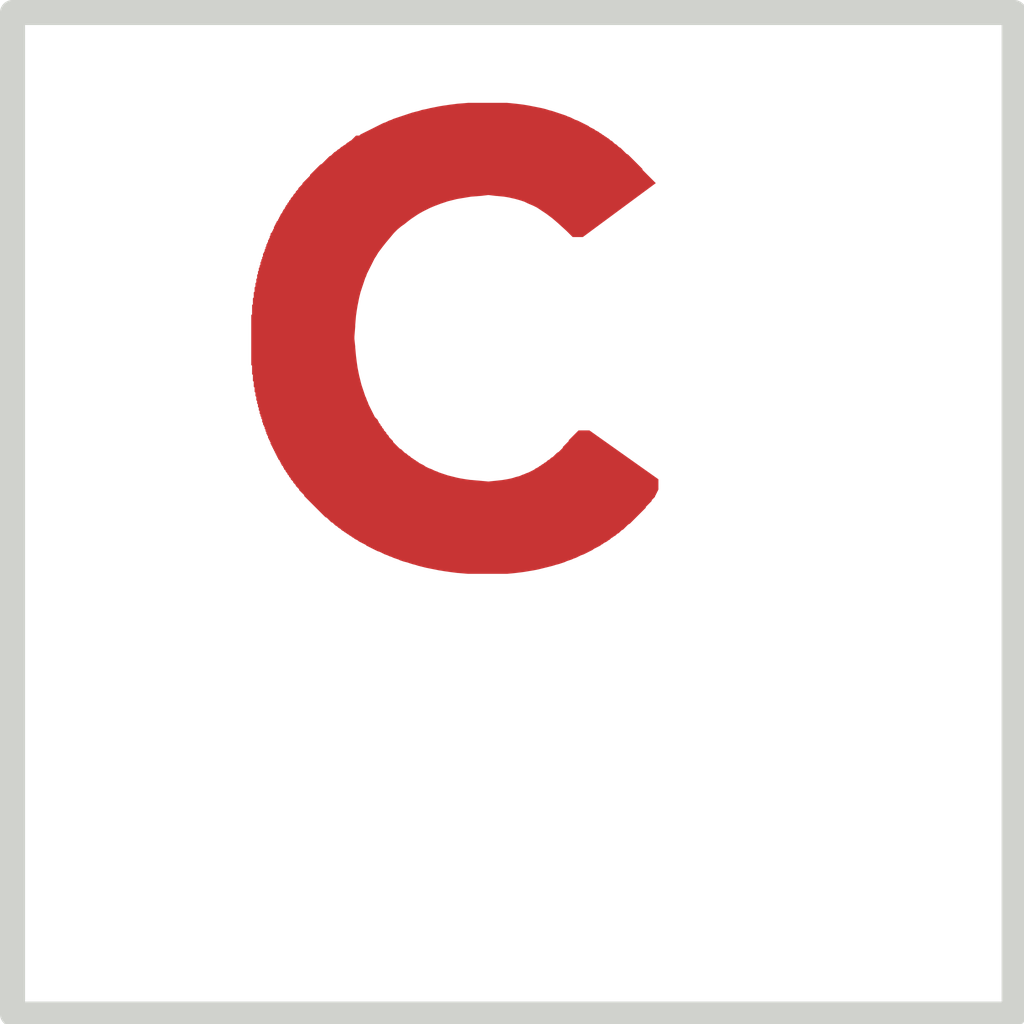
<source format=kicad_pcb>
(kicad_pcb (version 20221018) (generator pcbnew)
  (layers (0 "F.Cu" signal) (31 "B.Cu" signal) (34 "B.Paste" user) (35 "F.Paste" user) (36 "B.SilkS" user "B.Silkscreen") (37 "F.SilkS" user "F.Silkscreen") (38 "B.Mask" user) (39 "F.Mask" user) (44 "Edge.Cuts" user))
  (net 0 "")
  (footprint "project:C_LOGO" (layer "F.Cu") (at 71 88)
    (fp_text reference "LOGO101_TOP0" hide)
    (fp_text value "C_LOGO_SCH-28MM7MM" hide)
    (fp_poly (pts (xy 1.011801 -2.635614) (xy 1.040231 -2.632063) (xy 1.062153 -2.628414) (xy 1.114484 -2.617964) (xy 1.130888 -2.613832) (xy 1.140922 -2.610495) (xy 1.154322 -2.607146) (xy 1.166231 -2.603186) (xy 1.196375 -2.59312) (xy 1.196376 -2.593121) (xy 1.209841 -2.588644) (xy 1.216539 -2.585294) (xy 1.226616 -2.581944) (xy 1.243244 -2.57363) (xy 1.246795 -2.571847) (xy 1.256793 -2.568515) (xy 1.300868 -2.546511) (xy 1.304229 -2.543124) (xy 1.310218 -2.540129) (xy 1.310219 -2.54013) (xy 1.324241 -2.533145) (xy 1.327619 -2.529766) (xy 1.34107 -2.523016) (xy 1.344392 -2.519692) (xy 1.351093 -2.516343) (xy 1.354415 -2.51302) (xy 1.361141 -2.50967) (xy 1.364571 -2.506239) (xy 1.371272 -2.502864) (xy 1.374568 -2.499567) (xy 1.381225 -2.496239) (xy 1.387949 -2.489539) (xy 1.394693 -2.486168) (xy 1.404767 -2.476093) (xy 1.411468 -2.472743) (xy 1.421544 -2.462666) (xy 1.42827 -2.459291) (xy 1.451716 -2.435843) (xy 1.458418 -2.432493) (xy 1.5157 -2.375211) (xy 1.5157 -2.37186) (xy 1.568935 -2.318626) (xy 1.277572 -2.103275) (xy 1.237039 -2.103275) (xy 1.213193 -2.127121) (xy 1.177702 -2.15939) (xy 1.156024 -2.177974) (xy 1.131596 -2.196284) (xy 1.112639 -2.208907) (xy 1.112603 -2.20893) (xy 1.095077 -2.220621) (xy 1.079064 -2.228617) (xy 1.055567 -2.238702) (xy 1.044024 -2.244473) (xy 1.028315 -2.249723) (xy 1.007333 -2.255711) (xy 0.979896 -2.261798) (xy 0.962911 -2.264625) (xy 0.927023 -2.267908) (xy 0.902462 -2.270975) (xy 0.898629 -2.270975) (xy 0.873702 -2.267865) (xy 0.831115 -2.264567) (xy 0.774901 -2.25521) (xy 0.738461 -2.246083) (xy 0.710951 -2.236928) (xy 0.686099 -2.227594) (xy 0.665009 -2.218565) (xy 0.640725 -2.206423) (xy 0.61994 -2.194559) (xy 0.592377 -2.176176) (xy 0.580657 -2.16738) (xy 0.562834 -2.153143) (xy 0.553203 -2.146698) (xy 0.536833 -2.133073) (xy 0.523284 -2.119524) (xy 0.507957 -2.101136) (xy 0.507981 -2.101164) (xy 0.491532 -2.0814) (xy 0.478893 -2.065608) (xy 0.469291 -2.052813) (xy 0.46081 -2.041505) (xy 0.451464 -2.025906) (xy 0.445795 -2.017413) (xy 0.440513 -2.006848) (xy 0.433788 -1.993373) (xy 0.427038 -1.979923) (xy 0.415241 -1.956286) (xy 0.411872 -1.946253) (xy 0.408546 -1.939575) (xy 0.406309 -1.932864) (xy 0.402971 -1.922824) (xy 0.402959 -1.922789) (xy 0.396247 -1.902653) (xy 0.392861 -1.892543) (xy 0.39286 -1.892543) (xy 0.390144 -1.884395) (xy 0.384201 -1.86058) (xy 0.381082 -1.844958) (xy 0.381079 -1.844944) (xy 0.377886 -1.828979) (xy 0.374763 -1.810219) (xy 0.371679 -1.788771) (xy 0.368625 -1.75207) (xy 0.368625 -1.745348) (xy 0.365275 -1.705095) (xy 0.365275 -1.696539) (xy 0.368625 -1.66634) (xy 0.368625 -1.662488) (xy 0.37169 -1.628717) (xy 0.374904 -1.603174) (xy 0.378004 -1.581453) (xy 0.384198 -1.550435) (xy 0.387257 -1.538202) (xy 0.387262 -1.538181) (xy 0.390612 -1.524756) (xy 0.393481 -1.51328) (xy 0.396247 -1.505022) (xy 0.399609 -1.494936) (xy 0.399621 -1.494901) (xy 0.402971 -1.484826) (xy 0.406309 -1.474811) (xy 0.406321 -1.474776) (xy 0.408544 -1.46809) (xy 0.411869 -1.461441) (xy 0.415245 -1.451361) (xy 0.41861 -1.444632) (xy 0.42197 -1.434551) (xy 0.423755 -1.430969) (xy 0.430388 -1.417702) (xy 0.43378 -1.410944) (xy 0.440513 -1.397477) (xy 0.44388 -1.390719) (xy 0.443879 -1.390718) (xy 0.446917 -1.384642) (xy 0.4592 -1.372361) (xy 0.4592 -1.369011) (xy 0.46255 -1.365661) (xy 0.46255 -1.362311) (xy 0.46925 -1.355611) (xy 0.46925 -1.352206) (xy 0.47595 -1.345481) (xy 0.47595 -1.34224) (xy 0.482675 -1.33554) (xy 0.482675 -1.332099) (xy 0.492725 -1.322024) (xy 0.492725 -1.318711) (xy 0.5028 -1.308636) (xy 0.5028 -1.305264) (xy 0.51955 -1.288483) (xy 0.51955 -1.285186) (xy 0.546141 -1.258593) (xy 0.552843 -1.255243) (xy 0.566267 -1.241818) (xy 0.572968 -1.238468) (xy 0.57964 -1.231794) (xy 0.586409 -1.228423) (xy 0.593134 -1.221671) (xy 0.599793 -1.218343) (xy 0.603115 -1.21502) (xy 0.609841 -1.21167) (xy 0.613218 -1.208292) (xy 0.620003 -1.2049) (xy 0.623329 -1.201549) (xy 0.643393 -1.191518) (xy 0.64672 -1.188189) (xy 0.653044 -1.185005) (xy 0.653043 -1.185004) (xy 0.659543 -1.181754) (xy 0.659544 -1.181755) (xy 0.663125 -1.17997) (xy 0.673172 -1.176622) (xy 0.683077 -1.171688) (xy 0.686681 -1.169885) (xy 0.696697 -1.166522) (xy 0.703374 -1.163196) (xy 0.710086 -1.160959) (xy 0.710051 -1.160971) (xy 0.720126 -1.157621) (xy 0.720161 -1.157609) (xy 0.730211 -1.154259) (xy 0.730176 -1.154271) (xy 0.738485 -1.151507) (xy 0.750087 -1.148586) (xy 0.750086 -1.148585) (xy 0.763406 -1.145262) (xy 0.763427 -1.145257) (xy 0.77566 -1.142198) (xy 0.790495 -1.139236) (xy 0.809201 -1.136122) (xy 0.828628 -1.13335) (xy 0.830717 -1.13335) (xy 0.900176 -1.12704) (xy 0.955872 -1.132917) (xy 0.973704 -1.135886) (xy 0.988539 -1.138848) (xy 0.998926 -1.141445) (xy 1.009003 -1.144796) (xy 1.022343 -1.14813) (xy 1.027236 -1.14977) (xy 1.033984 -1.153144) (xy 1.04406 -1.156494) (xy 1.050759 -1.159844) (xy 1.0608 -1.163182) (xy 1.071023 -1.168313) (xy 1.083907 -1.174743) (xy 1.087284 -1.17812) (xy 1.100635 -1.18477) (xy 1.104032 -1.188168) (xy 1.110816 -1.19156) (xy 1.114192 -1.19491) (xy 1.120806 -1.198217) (xy 1.124103 -1.201514) (xy 1.130847 -1.204911) (xy 1.137625 -1.211664) (xy 1.144282 -1.214992) (xy 1.151009 -1.22172) (xy 1.157717 -1.225061) (xy 1.174467 -1.241836) (xy 1.18121 -1.245195) (xy 1.1977 -1.261685) (xy 1.1977 -1.264927) (xy 1.215629 -1.28299) (xy 1.221175 -1.288535) (xy 1.221175 -1.291886) (xy 1.260514 -1.331225) (xy 1.303838 -1.331225) (xy 1.579425 -1.136032) (xy 1.579425 -1.095061) (xy 1.567181 -1.070481) (xy 1.566 -1.069303) (xy 1.566 -1.066017) (xy 1.5526 -1.052592) (xy 1.5526 -1.049214) (xy 1.529125 -1.02574) (xy 1.529125 -1.022381) (xy 1.465111 -0.958404) (xy 1.458417 -0.955057) (xy 1.438347 -0.934986) (xy 1.431616 -0.931595) (xy 1.421489 -0.921493) (xy 1.41486 -0.918178) (xy 1.408134 -0.911427) (xy 1.401365 -0.908055) (xy 1.398043 -0.904732) (xy 1.391342 -0.901381) (xy 1.38467 -0.894709) (xy 1.377944 -0.891334) (xy 1.374568 -0.887957) (xy 1.361083 -0.881214) (xy 1.357708 -0.877865) (xy 1.351093 -0.874557) (xy 1.347797 -0.871261) (xy 1.333836 -0.864229) (xy 1.320832 -0.857739) (xy 1.317458 -0.85439) (xy 1.303718 -0.84752) (xy 1.303719 -0.84752) (xy 1.296919 -0.844095) (xy 1.290094 -0.840695) (xy 1.290093 -0.840695) (xy 1.280282 -0.83579) (xy 1.270201 -0.832429) (xy 1.266619 -0.830645) (xy 1.266618 -0.830645) (xy 1.260118 -0.827395) (xy 1.260119 -0.827395) (xy 1.250162 -0.82238) (xy 1.240015 -0.819006) (xy 1.233316 -0.815656) (xy 1.219851 -0.811179) (xy 1.219886 -0.811191) (xy 1.213208 -0.808965) (xy 1.206541 -0.805631) (xy 1.193097 -0.801128) (xy 1.181179 -0.797155) (xy 1.167754 -0.793805) (xy 1.157704 -0.790455) (xy 1.128981 -0.783288) (xy 1.129002 -0.783293) (xy 1.115602 -0.779943) (xy 1.101048 -0.776284) (xy 1.082278 -0.772536) (xy 1.040231 -0.765537) (xy 1.011783 -0.761984) (xy 0.97514 -0.758325) (xy 0.819648 -0.758325) (xy 0.776301 -0.761933) (xy 0.74802 -0.765465) (xy 0.723537 -0.768958) (xy 0.702047 -0.772536) (xy 0.684448 -0.77605) (xy 0.667638 -0.779432) (xy 0.649788 -0.783002) (xy 0.619921 -0.790455) (xy 0.60987 -0.793805) (xy 0.596446 -0.797155) (xy 0.584528 -0.801128) (xy 0.57627 -0.803893) (xy 0.562928 -0.807229) (xy 0.547659 -0.812306) (xy 0.54096 -0.815656) (xy 0.534274 -0.817879) (xy 0.534239 -0.817891) (xy 0.520782 -0.822376) (xy 0.514054 -0.825752) (xy 0.504043 -0.82909) (xy 0.497362 -0.83243) (xy 0.487272 -0.835785) (xy 0.467129 -0.845869) (xy 0.457104 -0.849211) (xy 0.433784 -0.860856) (xy 0.413094 -0.871221) (xy 0.409761 -0.874553) (xy 0.403623 -0.877612) (xy 0.382932 -0.887957) (xy 0.379556 -0.891332) (xy 0.366157 -0.898032) (xy 0.362834 -0.901354) (xy 0.356109 -0.904705) (xy 0.352731 -0.908082) (xy 0.345947 -0.911475) (xy 0.342624 -0.914822) (xy 0.335984 -0.91813) (xy 0.332607 -0.921507) (xy 0.325907 -0.924857) (xy 0.322584 -0.92818) (xy 0.315816 -0.931552) (xy 0.30909 -0.938303) (xy 0.302432 -0.941632) (xy 0.29576 -0.948304) (xy 0.289006 -0.951669) (xy 0.278956 -0.961743) (xy 0.272242 -0.965089) (xy 0.255492 -0.981863) (xy 0.248784 -0.985205) (xy 0.16465 -1.069339) (xy 0.16465 -1.07269) (xy 0.144525 -1.092814) (xy 0.144525 -1.096192) (xy 0.131125 -1.109617) (xy 0.131125 -1.112939) (xy 0.12105 -1.123014) (xy 0.12105 -1.126364) (xy 0.111 -1.136414) (xy 0.111 -1.139764) (xy 0.104275 -1.146489) (xy 0.104275 -1.149839) (xy 0.097575 -1.156539) (xy 0.097575 -1.159944) (xy 0.090875 -1.166669) (xy 0.090875 -1.16988) (xy 0.08415 -1.176555) (xy 0.08415 -1.180014) (xy 0.0808 -1.183364) (xy 0.0808 -1.186739) (xy 0.0741 -1.193439) (xy 0.0741 -1.196789) (xy 0.07075 -1.200139) (xy 0.07075 -1.203598) (xy 0.0674 -1.206973) (xy 0.0674 -1.210189) (xy 0.060675 -1.216914) (xy 0.060675 -1.220264) (xy 0.057325 -1.223614) (xy 0.057325 -1.226989) (xy 0.053975 -1.230339) (xy 0.053975 -1.233689) (xy 0.050625 -1.237039) (xy 0.050625 -1.240389) (xy 0.047275 -1.243739) (xy 0.047275 -1.247089) (xy 0.0439 -1.250464) (xy 0.0439 -1.253814) (xy 0.04055 -1.257164) (xy 0.04055 -1.260514) (xy 0.0372 -1.263864) (xy 0.0372 -1.267323) (xy 0.03385 -1.270698) (xy 0.03385 -1.273939) (xy 0.0305 -1.277289) (xy 0.0305 -1.283989) (xy 0.02715 -1.287339) (xy 0.02715 -1.290714) (xy 0.0238 -1.294064) (xy 0.0238 -1.297305) (xy 0.020425 -1.300655) (xy 0.020425 -1.307573) (xy 0.017075 -1.310948) (xy 0.017075 -1.314189) (xy 0.013725 -1.317539) (xy 0.013725 -1.324239) (xy 0.010375 -1.327589) (xy 0.010375 -1.334314) (xy 0.007025 -1.337664) (xy 0.007025 -1.344364) (xy 0.003675 -1.347714) (xy 0.003675 -1.351064) (xy 0.0003 -1.354439) (xy 0.0003 -1.361139) (xy -0.00305 -1.364489) (xy -0.00305 -1.374564) (xy -0.0064 -1.377914) (xy -0.0064 -1.384614) (xy -0.00975 -1.387964) (xy -0.00975 -1.394689) (xy -0.0131 -1.398039) (xy -0.0131 -1.408089) (xy -0.01645 -1.411439) (xy -0.01645 -1.421405) (xy -0.019825 -1.424755) (xy -0.019825 -1.435023) (xy -0.023175 -1.438398) (xy -0.023175 -1.448339) (xy -0.026525 -1.451689) (xy -0.026525 -1.465114) (xy -0.029875 -1.468464) (xy -0.029875 -1.481889) (xy -0.033225 -1.485239) (xy -0.033225 -1.502014) (xy -0.036575 -1.505364) (xy -0.036575 -1.52538) (xy -0.03995 -1.52873) (xy -0.03995 -1.552314) (xy -0.0433 -1.555664) (xy -0.0433 -1.589214) (xy -0.04665 -1.592564) (xy -0.04665 -1.791502) (xy -0.0433 -1.794877) (xy -0.0433 -1.831752) (xy -0.03995 -1.835127) (xy -0.03995 -1.85882) (xy -0.036575 -1.86217) (xy -0.036575 -1.882186) (xy -0.033225 -1.885536) (xy -0.033225 -1.902311) (xy -0.029875 -1.905661) (xy -0.029875 -1.919086) (xy -0.026525 -1.922436) (xy -0.026525 -1.935727) (xy -0.023175 -1.939102) (xy -0.023175 -1.952611) (xy -0.019825 -1.955961) (xy -0.019825 -1.966145) (xy -0.01645 -1.969495) (xy -0.01645 -1.979327) (xy -0.0131 -1.982702) (xy -0.0131 -1.989511) (xy -0.00975 -1.992861) (xy -0.00975 -2.002936) (xy -0.0064 -2.006286) (xy -0.0064 -2.012986) (xy -0.00305 -2.016336) (xy -0.00305 -2.023061) (xy 0.0003 -2.026411) (xy 0.0003 -2.03657) (xy 0.003675 -2.03992) (xy 0.003675 -2.043052) (xy 0.007025 -2.046427) (xy 0.007025 -2.053236) (xy 0.010375 -2.056586) (xy 0.010375 -2.063177) (xy 0.013725 -2.066552) (xy 0.013725 -2.073361) (xy 0.017075 -2.076711) (xy 0.017075 -2.080061) (xy 0.020425 -2.083411) (xy 0.020425 -2.090245) (xy 0.0238 -2.093595) (xy 0.0238 -2.096836) (xy 0.02715 -2.100186) (xy 0.02715 -2.106911) (xy 0.0305 -2.110261) (xy 0.0305 -2.116961) (xy 0.0372 -2.123661) (xy 0.0372 -2.126902) (xy 0.04055 -2.130277) (xy 0.04055 -2.133736) (xy 0.0439 -2.137086) (xy 0.0439 -2.143895) (xy 0.047275 -2.147245) (xy 0.047275 -2.150511) (xy 0.050625 -2.153861) (xy 0.050625 -2.157211) (xy 0.053975 -2.160561) (xy 0.053975 -2.163911) (xy 0.060675 -2.170611) (xy 0.060675 -2.173986) (xy 0.064025 -2.177336) (xy 0.064025 -2.180795) (xy 0.0674 -2.184145) (xy 0.0674 -2.187277) (xy 0.07075 -2.190652) (xy 0.07075 -2.194111) (xy 0.07745 -2.200811) (xy 0.07745 -2.204161) (xy 0.0808 -2.207511) (xy 0.0808 -2.210752) (xy 0.087525 -2.217527) (xy 0.087525 -2.220936) (xy 0.090875 -2.224286) (xy 0.090875 -2.227581) (xy 0.097575 -2.234306) (xy 0.097575 -2.237711) (xy 0.104275 -2.244411) (xy 0.104275 -2.247761) (xy 0.111 -2.254486) (xy 0.111 -2.257836) (xy 0.12105 -2.267886) (xy 0.12105 -2.271236) (xy 0.131125 -2.281311) (xy 0.131125 -2.284661) (xy 0.141175 -2.294711) (xy 0.141175 -2.298086) (xy 0.15795 -2.31486) (xy 0.15795 -2.318211) (xy 0.188125 -2.348385) (xy 0.188125 -2.351736) (xy 0.228659 -2.39227) (xy 0.235343 -2.395599) (xy 0.236287 -2.396547) (xy 0.265532 -2.425793) (xy 0.272271 -2.429162) (xy 0.285629 -2.442553) (xy 0.292399 -2.445938) (xy 0.299125 -2.452639) (xy 0.305739 -2.455946) (xy 0.312466 -2.462698) (xy 0.319234 -2.466069) (xy 0.322557 -2.469393) (xy 0.329257 -2.472743) (xy 0.335984 -2.47947) (xy 0.342624 -2.482777) (xy 0.345947 -2.486125) (xy 0.35275 -2.489526) (xy 0.371769 -2.508475) (xy 0.383957 -2.508475) (xy 0.38628 -2.509641) (xy 0.389632 -2.512993) (xy 0.403623 -2.519988) (xy 0.410381 -2.523355) (xy 0.410381 -2.523354) (xy 0.416881 -2.526604) (xy 0.416881 -2.526605) (xy 0.423681 -2.53003) (xy 0.430506 -2.53343) (xy 0.430506 -2.533429) (xy 0.443873 -2.540113) (xy 0.450631 -2.54348) (xy 0.450631 -2.543479) (xy 0.457131 -2.546729) (xy 0.457131 -2.54673) (xy 0.463931 -2.550155) (xy 0.470756 -2.553555) (xy 0.470756 -2.553554) (xy 0.480568 -2.55846) (xy 0.490648 -2.56182) (xy 0.494231 -2.563605) (xy 0.494231 -2.563604) (xy 0.504043 -2.56851) (xy 0.514054 -2.571847) (xy 0.520782 -2.575224) (xy 0.534239 -2.579709) (xy 0.534274 -2.579721) (xy 0.544349 -2.583071) (xy 0.544314 -2.583059) (xy 0.554364 -2.586409) (xy 0.554399 -2.586421) (xy 0.564474 -2.589771) (xy 0.564439 -2.589759) (xy 0.574418 -2.593085) (xy 0.574418 -2.593086) (xy 0.584528 -2.596472) (xy 0.596446 -2.600445) (xy 0.611744 -2.604262) (xy 0.611723 -2.604257) (xy 0.623279 -2.607146) (xy 0.634492 -2.610874) (xy 0.653089 -2.614588) (xy 0.666491 -2.617964) (xy 0.702047 -2.625064) (xy 0.723537 -2.628642) (xy 0.74802 -2.632135) (xy 0.776286 -2.635665) (xy 0.819632 -2.6393) (xy 0.975159 -2.6393)) (fill solid) (layer "F.Cu"))
  )
  (gr_rect (start 70 85) (end 74 89) (stroke (width 0.1)) (fill none) (layer "Edge.Cuts"))
)
</source>
